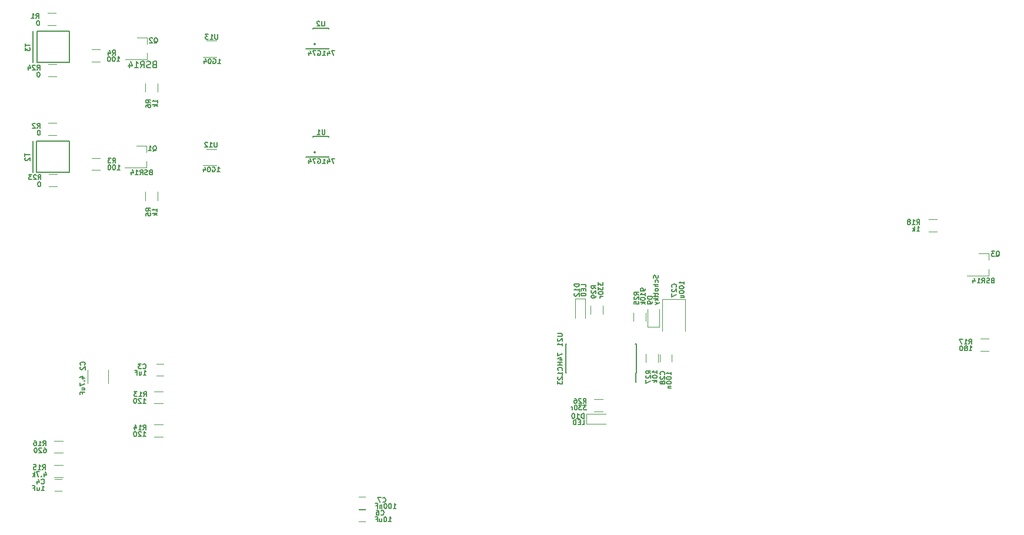
<source format=gbr>
G04 #@! TF.FileFunction,Legend,Bot*
%FSLAX46Y46*%
G04 Gerber Fmt 4.6, Leading zero omitted, Abs format (unit mm)*
G04 Created by KiCad (PCBNEW 4.0.4+e1-6308~48~ubuntu15.10.1-stable) date Thu Jul 19 16:03:55 2018*
%MOMM*%
%LPD*%
G01*
G04 APERTURE LIST*
%ADD10C,0.100000*%
%ADD11C,0.150000*%
%ADD12C,0.120000*%
G04 APERTURE END LIST*
D10*
D11*
X89584440Y-60105240D02*
G75*
G03X89584440Y-60105240I-127000J0D01*
G01*
X89254240Y-60791040D02*
X88197240Y-60791040D01*
X89254240Y-57793840D02*
X89254240Y-57920840D01*
X91540240Y-57793840D02*
X91540240Y-57920840D01*
X91540240Y-60791040D02*
X91540240Y-60664040D01*
X89254240Y-60791040D02*
X89254240Y-60664040D01*
X89254240Y-57793840D02*
X91540240Y-57793840D01*
X91540240Y-60791040D02*
X89254240Y-60791040D01*
X89584440Y-44505240D02*
G75*
G03X89584440Y-44505240I-127000J0D01*
G01*
X89254240Y-45191040D02*
X88197240Y-45191040D01*
X89254240Y-42193840D02*
X89254240Y-42320840D01*
X91540240Y-42193840D02*
X91540240Y-42320840D01*
X91540240Y-45191040D02*
X91540240Y-45064040D01*
X89254240Y-45191040D02*
X89254240Y-45064040D01*
X89254240Y-42193840D02*
X91540240Y-42193840D01*
X91540240Y-45191040D02*
X89254240Y-45191040D01*
X48926500Y-58500000D02*
X48926500Y-63000000D01*
X54150000Y-62400000D02*
X54150000Y-63000000D01*
X54150000Y-59100000D02*
X54150000Y-58500000D01*
X49450000Y-59050000D02*
X49450000Y-58900000D01*
X49450000Y-58950000D02*
X49450000Y-58500000D01*
X49450000Y-62550000D02*
X49450000Y-63000000D01*
X49450000Y-63000000D02*
X49450000Y-62450000D01*
X49450000Y-58500000D02*
X54150000Y-58500000D01*
X54150000Y-59000000D02*
X54150000Y-62500000D01*
X54150000Y-63000000D02*
X49450000Y-63000000D01*
X49450000Y-62500000D02*
X49450000Y-59000000D01*
X48957340Y-42674000D02*
X48957340Y-47174000D01*
X54180840Y-46574000D02*
X54180840Y-47174000D01*
X54180840Y-43274000D02*
X54180840Y-42674000D01*
X49480840Y-43224000D02*
X49480840Y-43074000D01*
X49480840Y-43124000D02*
X49480840Y-42674000D01*
X49480840Y-46724000D02*
X49480840Y-47174000D01*
X49480840Y-47174000D02*
X49480840Y-46624000D01*
X49480840Y-42674000D02*
X54180840Y-42674000D01*
X54180840Y-43174000D02*
X54180840Y-46674000D01*
X54180840Y-47174000D02*
X49480840Y-47174000D01*
X49480840Y-46674000D02*
X49480840Y-43174000D01*
D12*
X75297240Y-61950840D02*
X73397240Y-61950840D01*
X73897240Y-59630840D02*
X75297240Y-59630840D01*
X75297240Y-46350840D02*
X73397240Y-46350840D01*
X73897240Y-44030840D02*
X75297240Y-44030840D01*
X65300000Y-59150000D02*
X65300000Y-60080000D01*
X65300000Y-62310000D02*
X65300000Y-61380000D01*
X65300000Y-62310000D02*
X62140000Y-62310000D01*
X65300000Y-59150000D02*
X63840000Y-59150000D01*
X65350000Y-43560000D02*
X65350000Y-44490000D01*
X65350000Y-46720000D02*
X65350000Y-45790000D01*
X65350000Y-46720000D02*
X62190000Y-46720000D01*
X65350000Y-43560000D02*
X63890000Y-43560000D01*
X186530000Y-74680000D02*
X186530000Y-75610000D01*
X186530000Y-77840000D02*
X186530000Y-76910000D01*
X186530000Y-77840000D02*
X183370000Y-77840000D01*
X186530000Y-74680000D02*
X185070000Y-74680000D01*
X67700000Y-92250000D02*
X66700000Y-92250000D01*
X66700000Y-90550000D02*
X67700000Y-90550000D01*
X52057640Y-107150800D02*
X53057640Y-107150800D01*
X53057640Y-108850800D02*
X52057640Y-108850800D01*
X96796440Y-113270400D02*
X95796440Y-113270400D01*
X95796440Y-111570400D02*
X96796440Y-111570400D01*
X96796440Y-111441600D02*
X95796440Y-111441600D01*
X95796440Y-109741600D02*
X96796440Y-109741600D01*
X51000000Y-41780000D02*
X52200000Y-41780000D01*
X52200000Y-40020000D02*
X51000000Y-40020000D01*
X51150000Y-57630000D02*
X52350000Y-57630000D01*
X52350000Y-55870000D02*
X51150000Y-55870000D01*
X58597240Y-60910840D02*
X57397240Y-60910840D01*
X57397240Y-62670840D02*
X58597240Y-62670840D01*
X58597240Y-45310840D02*
X57397240Y-45310840D01*
X57397240Y-47070840D02*
X58597240Y-47070840D01*
X65117240Y-65790840D02*
X65117240Y-66990840D01*
X66877240Y-66990840D02*
X66877240Y-65790840D01*
X65117240Y-50190840D02*
X65117240Y-51390840D01*
X66877240Y-51390840D02*
X66877240Y-50190840D01*
X67600000Y-94520000D02*
X66400000Y-94520000D01*
X66400000Y-96280000D02*
X67600000Y-96280000D01*
X66400000Y-101080000D02*
X67600000Y-101080000D01*
X67600000Y-99320000D02*
X66400000Y-99320000D01*
X52000000Y-106880000D02*
X53200000Y-106880000D01*
X53200000Y-105120000D02*
X52000000Y-105120000D01*
X53200000Y-101620000D02*
X52000000Y-101620000D01*
X52000000Y-103380000D02*
X53200000Y-103380000D01*
X186527240Y-86940840D02*
X185327240Y-86940840D01*
X185327240Y-88700840D02*
X186527240Y-88700840D01*
X177827240Y-71510840D02*
X179027240Y-71510840D01*
X179027240Y-69750840D02*
X177827240Y-69750840D01*
X51200000Y-64980000D02*
X52400000Y-64980000D01*
X52400000Y-63220000D02*
X51200000Y-63220000D01*
X51100000Y-49180000D02*
X52300000Y-49180000D01*
X52300000Y-47420000D02*
X51100000Y-47420000D01*
X56800000Y-93400000D02*
X56800000Y-91400000D01*
X59760000Y-91400000D02*
X59760000Y-93400000D01*
X139553640Y-81274000D02*
X139553640Y-85824000D01*
X142853640Y-81274000D02*
X142853640Y-85824000D01*
X139553640Y-81274000D02*
X142853640Y-81274000D01*
X139185240Y-90212800D02*
X139185240Y-89212800D01*
X140885240Y-89212800D02*
X140885240Y-90212800D01*
X139107240Y-85269200D02*
X137407240Y-85269200D01*
X137407240Y-85269200D02*
X137407240Y-82719200D01*
X139107240Y-85269200D02*
X139107240Y-82719200D01*
X128583240Y-99201200D02*
X128583240Y-97801200D01*
X128583240Y-97801200D02*
X131383240Y-97801200D01*
X128583240Y-99201200D02*
X131383240Y-99201200D01*
X126990840Y-81156400D02*
X128390840Y-81156400D01*
X128390840Y-81156400D02*
X128390840Y-83956400D01*
X126990840Y-81156400D02*
X126990840Y-83956400D01*
X135345240Y-83169200D02*
X135345240Y-84369200D01*
X137105240Y-84369200D02*
X137105240Y-83169200D01*
X130932440Y-95640000D02*
X129732440Y-95640000D01*
X129732440Y-97400000D02*
X130932440Y-97400000D01*
X137123240Y-89112800D02*
X137123240Y-90312800D01*
X138883240Y-90312800D02*
X138883240Y-89112800D01*
X130958440Y-83404000D02*
X130958440Y-82204000D01*
X129198440Y-82204000D02*
X129198440Y-83404000D01*
D11*
X135763040Y-91838600D02*
X135738040Y-91838600D01*
X135763040Y-87688600D02*
X135658040Y-87688600D01*
X125613040Y-87688600D02*
X125718040Y-87688600D01*
X125613040Y-91838600D02*
X125718040Y-91838600D01*
X135763040Y-91838600D02*
X135763040Y-87688600D01*
X125613040Y-91838600D02*
X125613040Y-87688600D01*
X135738040Y-91838600D02*
X135738040Y-93213600D01*
X90936973Y-56817467D02*
X90936973Y-57384133D01*
X90903640Y-57450800D01*
X90870307Y-57484133D01*
X90803640Y-57517467D01*
X90670307Y-57517467D01*
X90603640Y-57484133D01*
X90570307Y-57450800D01*
X90536973Y-57384133D01*
X90536973Y-56817467D01*
X89836974Y-57517467D02*
X90236974Y-57517467D01*
X90036974Y-57517467D02*
X90036974Y-56817467D01*
X90103640Y-56917467D01*
X90170307Y-56984133D01*
X90236974Y-57017467D01*
X92371107Y-60983067D02*
X91904440Y-60983067D01*
X92204440Y-61683067D01*
X91337773Y-61216400D02*
X91337773Y-61683067D01*
X91504440Y-60949733D02*
X91671107Y-61449733D01*
X91237773Y-61449733D01*
X90604440Y-61683067D02*
X91004440Y-61683067D01*
X90804440Y-61683067D02*
X90804440Y-60983067D01*
X90871106Y-61083067D01*
X90937773Y-61149733D01*
X91004440Y-61183067D01*
X89937773Y-61016400D02*
X90004439Y-60983067D01*
X90104439Y-60983067D01*
X90204439Y-61016400D01*
X90271106Y-61083067D01*
X90304439Y-61149733D01*
X90337773Y-61283067D01*
X90337773Y-61383067D01*
X90304439Y-61516400D01*
X90271106Y-61583067D01*
X90204439Y-61649733D01*
X90104439Y-61683067D01*
X90037773Y-61683067D01*
X89937773Y-61649733D01*
X89904439Y-61616400D01*
X89904439Y-61383067D01*
X90037773Y-61383067D01*
X89671106Y-60983067D02*
X89204439Y-60983067D01*
X89504439Y-61683067D01*
X88637772Y-61216400D02*
X88637772Y-61683067D01*
X88804439Y-60949733D02*
X88971106Y-61449733D01*
X88537772Y-61449733D01*
X90886173Y-41225867D02*
X90886173Y-41792533D01*
X90852840Y-41859200D01*
X90819507Y-41892533D01*
X90752840Y-41925867D01*
X90619507Y-41925867D01*
X90552840Y-41892533D01*
X90519507Y-41859200D01*
X90486173Y-41792533D01*
X90486173Y-41225867D01*
X90186174Y-41292533D02*
X90152840Y-41259200D01*
X90086174Y-41225867D01*
X89919507Y-41225867D01*
X89852840Y-41259200D01*
X89819507Y-41292533D01*
X89786174Y-41359200D01*
X89786174Y-41425867D01*
X89819507Y-41525867D01*
X90219507Y-41925867D01*
X89786174Y-41925867D01*
X92371107Y-45434267D02*
X91904440Y-45434267D01*
X92204440Y-46134267D01*
X91337773Y-45667600D02*
X91337773Y-46134267D01*
X91504440Y-45400933D02*
X91671107Y-45900933D01*
X91237773Y-45900933D01*
X90604440Y-46134267D02*
X91004440Y-46134267D01*
X90804440Y-46134267D02*
X90804440Y-45434267D01*
X90871106Y-45534267D01*
X90937773Y-45600933D01*
X91004440Y-45634267D01*
X89937773Y-45467600D02*
X90004439Y-45434267D01*
X90104439Y-45434267D01*
X90204439Y-45467600D01*
X90271106Y-45534267D01*
X90304439Y-45600933D01*
X90337773Y-45734267D01*
X90337773Y-45834267D01*
X90304439Y-45967600D01*
X90271106Y-46034267D01*
X90204439Y-46100933D01*
X90104439Y-46134267D01*
X90037773Y-46134267D01*
X89937773Y-46100933D01*
X89904439Y-46067600D01*
X89904439Y-45834267D01*
X90037773Y-45834267D01*
X89671106Y-45434267D02*
X89204439Y-45434267D01*
X89504439Y-46134267D01*
X88637772Y-45667600D02*
X88637772Y-46134267D01*
X88804439Y-45400933D02*
X88971106Y-45900933D01*
X88537772Y-45900933D01*
X47766667Y-60266667D02*
X47766667Y-60666667D01*
X48466667Y-60466667D02*
X47766667Y-60466667D01*
X47833333Y-60866666D02*
X47800000Y-60900000D01*
X47766667Y-60966666D01*
X47766667Y-61133333D01*
X47800000Y-61200000D01*
X47833333Y-61233333D01*
X47900000Y-61266666D01*
X47966667Y-61266666D01*
X48066667Y-61233333D01*
X48466667Y-60833333D01*
X48466667Y-61266666D01*
X47797507Y-44440667D02*
X47797507Y-44840667D01*
X48497507Y-44640667D02*
X47797507Y-44640667D01*
X47797507Y-45007333D02*
X47797507Y-45440666D01*
X48064173Y-45207333D01*
X48064173Y-45307333D01*
X48097507Y-45374000D01*
X48130840Y-45407333D01*
X48197507Y-45440666D01*
X48364173Y-45440666D01*
X48430840Y-45407333D01*
X48464173Y-45374000D01*
X48497507Y-45307333D01*
X48497507Y-45107333D01*
X48464173Y-45040666D01*
X48430840Y-45007333D01*
X75420706Y-58646267D02*
X75420706Y-59212933D01*
X75387373Y-59279600D01*
X75354040Y-59312933D01*
X75287373Y-59346267D01*
X75154040Y-59346267D01*
X75087373Y-59312933D01*
X75054040Y-59279600D01*
X75020706Y-59212933D01*
X75020706Y-58646267D01*
X74320707Y-59346267D02*
X74720707Y-59346267D01*
X74520707Y-59346267D02*
X74520707Y-58646267D01*
X74587373Y-58746267D01*
X74654040Y-58812933D01*
X74720707Y-58846267D01*
X74054040Y-58712933D02*
X74020706Y-58679600D01*
X73954040Y-58646267D01*
X73787373Y-58646267D01*
X73720706Y-58679600D01*
X73687373Y-58712933D01*
X73654040Y-58779600D01*
X73654040Y-58846267D01*
X73687373Y-58946267D01*
X74087373Y-59346267D01*
X73654040Y-59346267D01*
X75421507Y-62902267D02*
X75821507Y-62902267D01*
X75621507Y-62902267D02*
X75621507Y-62202267D01*
X75688173Y-62302267D01*
X75754840Y-62368933D01*
X75821507Y-62402267D01*
X74754840Y-62235600D02*
X74821506Y-62202267D01*
X74921506Y-62202267D01*
X75021506Y-62235600D01*
X75088173Y-62302267D01*
X75121506Y-62368933D01*
X75154840Y-62502267D01*
X75154840Y-62602267D01*
X75121506Y-62735600D01*
X75088173Y-62802267D01*
X75021506Y-62868933D01*
X74921506Y-62902267D01*
X74854840Y-62902267D01*
X74754840Y-62868933D01*
X74721506Y-62835600D01*
X74721506Y-62602267D01*
X74854840Y-62602267D01*
X74288173Y-62202267D02*
X74221506Y-62202267D01*
X74154840Y-62235600D01*
X74121506Y-62268933D01*
X74088173Y-62335600D01*
X74054840Y-62468933D01*
X74054840Y-62635600D01*
X74088173Y-62768933D01*
X74121506Y-62835600D01*
X74154840Y-62868933D01*
X74221506Y-62902267D01*
X74288173Y-62902267D01*
X74354840Y-62868933D01*
X74388173Y-62835600D01*
X74421506Y-62768933D01*
X74454840Y-62635600D01*
X74454840Y-62468933D01*
X74421506Y-62335600D01*
X74388173Y-62268933D01*
X74354840Y-62235600D01*
X74288173Y-62202267D01*
X73454839Y-62435600D02*
X73454839Y-62902267D01*
X73621506Y-62168933D02*
X73788173Y-62668933D01*
X73354839Y-62668933D01*
X75522306Y-43101467D02*
X75522306Y-43668133D01*
X75488973Y-43734800D01*
X75455640Y-43768133D01*
X75388973Y-43801467D01*
X75255640Y-43801467D01*
X75188973Y-43768133D01*
X75155640Y-43734800D01*
X75122306Y-43668133D01*
X75122306Y-43101467D01*
X74422307Y-43801467D02*
X74822307Y-43801467D01*
X74622307Y-43801467D02*
X74622307Y-43101467D01*
X74688973Y-43201467D01*
X74755640Y-43268133D01*
X74822307Y-43301467D01*
X74188973Y-43101467D02*
X73755640Y-43101467D01*
X73988973Y-43368133D01*
X73888973Y-43368133D01*
X73822306Y-43401467D01*
X73788973Y-43434800D01*
X73755640Y-43501467D01*
X73755640Y-43668133D01*
X73788973Y-43734800D01*
X73822306Y-43768133D01*
X73888973Y-43801467D01*
X74088973Y-43801467D01*
X74155640Y-43768133D01*
X74188973Y-43734800D01*
X75523107Y-47306667D02*
X75923107Y-47306667D01*
X75723107Y-47306667D02*
X75723107Y-46606667D01*
X75789773Y-46706667D01*
X75856440Y-46773333D01*
X75923107Y-46806667D01*
X74856440Y-46640000D02*
X74923106Y-46606667D01*
X75023106Y-46606667D01*
X75123106Y-46640000D01*
X75189773Y-46706667D01*
X75223106Y-46773333D01*
X75256440Y-46906667D01*
X75256440Y-47006667D01*
X75223106Y-47140000D01*
X75189773Y-47206667D01*
X75123106Y-47273333D01*
X75023106Y-47306667D01*
X74956440Y-47306667D01*
X74856440Y-47273333D01*
X74823106Y-47240000D01*
X74823106Y-47006667D01*
X74956440Y-47006667D01*
X74389773Y-46606667D02*
X74323106Y-46606667D01*
X74256440Y-46640000D01*
X74223106Y-46673333D01*
X74189773Y-46740000D01*
X74156440Y-46873333D01*
X74156440Y-47040000D01*
X74189773Y-47173333D01*
X74223106Y-47240000D01*
X74256440Y-47273333D01*
X74323106Y-47306667D01*
X74389773Y-47306667D01*
X74456440Y-47273333D01*
X74489773Y-47240000D01*
X74523106Y-47173333D01*
X74556440Y-47040000D01*
X74556440Y-46873333D01*
X74523106Y-46740000D01*
X74489773Y-46673333D01*
X74456440Y-46640000D01*
X74389773Y-46606667D01*
X73556439Y-46840000D02*
X73556439Y-47306667D01*
X73723106Y-46573333D02*
X73889773Y-47073333D01*
X73456439Y-47073333D01*
X66187907Y-59920933D02*
X66254573Y-59887600D01*
X66321240Y-59820933D01*
X66421240Y-59720933D01*
X66487907Y-59687600D01*
X66554573Y-59687600D01*
X66521240Y-59854267D02*
X66587907Y-59820933D01*
X66654573Y-59754267D01*
X66687907Y-59620933D01*
X66687907Y-59387600D01*
X66654573Y-59254267D01*
X66587907Y-59187600D01*
X66521240Y-59154267D01*
X66387907Y-59154267D01*
X66321240Y-59187600D01*
X66254573Y-59254267D01*
X66221240Y-59387600D01*
X66221240Y-59620933D01*
X66254573Y-59754267D01*
X66321240Y-59820933D01*
X66387907Y-59854267D01*
X66521240Y-59854267D01*
X65554574Y-59854267D02*
X65954574Y-59854267D01*
X65754574Y-59854267D02*
X65754574Y-59154267D01*
X65821240Y-59254267D01*
X65887907Y-59320933D01*
X65954574Y-59354267D01*
X65846440Y-62942000D02*
X65746440Y-62975333D01*
X65713107Y-63008667D01*
X65679773Y-63075333D01*
X65679773Y-63175333D01*
X65713107Y-63242000D01*
X65746440Y-63275333D01*
X65813107Y-63308667D01*
X66079773Y-63308667D01*
X66079773Y-62608667D01*
X65846440Y-62608667D01*
X65779773Y-62642000D01*
X65746440Y-62675333D01*
X65713107Y-62742000D01*
X65713107Y-62808667D01*
X65746440Y-62875333D01*
X65779773Y-62908667D01*
X65846440Y-62942000D01*
X66079773Y-62942000D01*
X65413107Y-63275333D02*
X65313107Y-63308667D01*
X65146440Y-63308667D01*
X65079773Y-63275333D01*
X65046440Y-63242000D01*
X65013107Y-63175333D01*
X65013107Y-63108667D01*
X65046440Y-63042000D01*
X65079773Y-63008667D01*
X65146440Y-62975333D01*
X65279773Y-62942000D01*
X65346440Y-62908667D01*
X65379773Y-62875333D01*
X65413107Y-62808667D01*
X65413107Y-62742000D01*
X65379773Y-62675333D01*
X65346440Y-62642000D01*
X65279773Y-62608667D01*
X65113107Y-62608667D01*
X65013107Y-62642000D01*
X64313106Y-63308667D02*
X64546440Y-62975333D01*
X64713106Y-63308667D02*
X64713106Y-62608667D01*
X64446440Y-62608667D01*
X64379773Y-62642000D01*
X64346440Y-62675333D01*
X64313106Y-62742000D01*
X64313106Y-62842000D01*
X64346440Y-62908667D01*
X64379773Y-62942000D01*
X64446440Y-62975333D01*
X64713106Y-62975333D01*
X63646440Y-63308667D02*
X64046440Y-63308667D01*
X63846440Y-63308667D02*
X63846440Y-62608667D01*
X63913106Y-62708667D01*
X63979773Y-62775333D01*
X64046440Y-62808667D01*
X63046439Y-62842000D02*
X63046439Y-63308667D01*
X63213106Y-62575333D02*
X63379773Y-63075333D01*
X62946439Y-63075333D01*
X66340307Y-44376133D02*
X66406973Y-44342800D01*
X66473640Y-44276133D01*
X66573640Y-44176133D01*
X66640307Y-44142800D01*
X66706973Y-44142800D01*
X66673640Y-44309467D02*
X66740307Y-44276133D01*
X66806973Y-44209467D01*
X66840307Y-44076133D01*
X66840307Y-43842800D01*
X66806973Y-43709467D01*
X66740307Y-43642800D01*
X66673640Y-43609467D01*
X66540307Y-43609467D01*
X66473640Y-43642800D01*
X66406973Y-43709467D01*
X66373640Y-43842800D01*
X66373640Y-44076133D01*
X66406973Y-44209467D01*
X66473640Y-44276133D01*
X66540307Y-44309467D01*
X66673640Y-44309467D01*
X66106974Y-43676133D02*
X66073640Y-43642800D01*
X66006974Y-43609467D01*
X65840307Y-43609467D01*
X65773640Y-43642800D01*
X65740307Y-43676133D01*
X65706974Y-43742800D01*
X65706974Y-43809467D01*
X65740307Y-43909467D01*
X66140307Y-44309467D01*
X65706974Y-44309467D01*
X66370268Y-47433714D02*
X66241697Y-47476571D01*
X66198840Y-47519429D01*
X66155983Y-47605143D01*
X66155983Y-47733714D01*
X66198840Y-47819429D01*
X66241697Y-47862286D01*
X66327411Y-47905143D01*
X66670268Y-47905143D01*
X66670268Y-47005143D01*
X66370268Y-47005143D01*
X66284554Y-47048000D01*
X66241697Y-47090857D01*
X66198840Y-47176571D01*
X66198840Y-47262286D01*
X66241697Y-47348000D01*
X66284554Y-47390857D01*
X66370268Y-47433714D01*
X66670268Y-47433714D01*
X65813125Y-47862286D02*
X65684554Y-47905143D01*
X65470268Y-47905143D01*
X65384554Y-47862286D01*
X65341697Y-47819429D01*
X65298840Y-47733714D01*
X65298840Y-47648000D01*
X65341697Y-47562286D01*
X65384554Y-47519429D01*
X65470268Y-47476571D01*
X65641697Y-47433714D01*
X65727411Y-47390857D01*
X65770268Y-47348000D01*
X65813125Y-47262286D01*
X65813125Y-47176571D01*
X65770268Y-47090857D01*
X65727411Y-47048000D01*
X65641697Y-47005143D01*
X65427411Y-47005143D01*
X65298840Y-47048000D01*
X64398840Y-47905143D02*
X64698840Y-47476571D01*
X64913125Y-47905143D02*
X64913125Y-47005143D01*
X64570268Y-47005143D01*
X64484554Y-47048000D01*
X64441697Y-47090857D01*
X64398840Y-47176571D01*
X64398840Y-47305143D01*
X64441697Y-47390857D01*
X64484554Y-47433714D01*
X64570268Y-47476571D01*
X64913125Y-47476571D01*
X63541697Y-47905143D02*
X64055982Y-47905143D01*
X63798840Y-47905143D02*
X63798840Y-47005143D01*
X63884554Y-47133714D01*
X63970268Y-47219429D01*
X64055982Y-47262286D01*
X62770268Y-47305143D02*
X62770268Y-47905143D01*
X62984554Y-46962286D02*
X63198839Y-47605143D01*
X62641697Y-47605143D01*
X187549107Y-75110133D02*
X187615773Y-75076800D01*
X187682440Y-75010133D01*
X187782440Y-74910133D01*
X187849107Y-74876800D01*
X187915773Y-74876800D01*
X187882440Y-75043467D02*
X187949107Y-75010133D01*
X188015773Y-74943467D01*
X188049107Y-74810133D01*
X188049107Y-74576800D01*
X188015773Y-74443467D01*
X187949107Y-74376800D01*
X187882440Y-74343467D01*
X187749107Y-74343467D01*
X187682440Y-74376800D01*
X187615773Y-74443467D01*
X187582440Y-74576800D01*
X187582440Y-74810133D01*
X187615773Y-74943467D01*
X187682440Y-75010133D01*
X187749107Y-75043467D01*
X187882440Y-75043467D01*
X187349107Y-74343467D02*
X186915774Y-74343467D01*
X187149107Y-74610133D01*
X187049107Y-74610133D01*
X186982440Y-74643467D01*
X186949107Y-74676800D01*
X186915774Y-74743467D01*
X186915774Y-74910133D01*
X186949107Y-74976800D01*
X186982440Y-75010133D01*
X187049107Y-75043467D01*
X187249107Y-75043467D01*
X187315774Y-75010133D01*
X187349107Y-74976800D01*
X187055240Y-78537600D02*
X186955240Y-78570933D01*
X186921907Y-78604267D01*
X186888573Y-78670933D01*
X186888573Y-78770933D01*
X186921907Y-78837600D01*
X186955240Y-78870933D01*
X187021907Y-78904267D01*
X187288573Y-78904267D01*
X187288573Y-78204267D01*
X187055240Y-78204267D01*
X186988573Y-78237600D01*
X186955240Y-78270933D01*
X186921907Y-78337600D01*
X186921907Y-78404267D01*
X186955240Y-78470933D01*
X186988573Y-78504267D01*
X187055240Y-78537600D01*
X187288573Y-78537600D01*
X186621907Y-78870933D02*
X186521907Y-78904267D01*
X186355240Y-78904267D01*
X186288573Y-78870933D01*
X186255240Y-78837600D01*
X186221907Y-78770933D01*
X186221907Y-78704267D01*
X186255240Y-78637600D01*
X186288573Y-78604267D01*
X186355240Y-78570933D01*
X186488573Y-78537600D01*
X186555240Y-78504267D01*
X186588573Y-78470933D01*
X186621907Y-78404267D01*
X186621907Y-78337600D01*
X186588573Y-78270933D01*
X186555240Y-78237600D01*
X186488573Y-78204267D01*
X186321907Y-78204267D01*
X186221907Y-78237600D01*
X185521906Y-78904267D02*
X185755240Y-78570933D01*
X185921906Y-78904267D02*
X185921906Y-78204267D01*
X185655240Y-78204267D01*
X185588573Y-78237600D01*
X185555240Y-78270933D01*
X185521906Y-78337600D01*
X185521906Y-78437600D01*
X185555240Y-78504267D01*
X185588573Y-78537600D01*
X185655240Y-78570933D01*
X185921906Y-78570933D01*
X184855240Y-78904267D02*
X185255240Y-78904267D01*
X185055240Y-78904267D02*
X185055240Y-78204267D01*
X185121906Y-78304267D01*
X185188573Y-78370933D01*
X185255240Y-78404267D01*
X184255239Y-78437600D02*
X184255239Y-78904267D01*
X184421906Y-78170933D02*
X184588573Y-78670933D01*
X184155239Y-78670933D01*
X64764706Y-91182000D02*
X64798040Y-91215333D01*
X64898040Y-91248667D01*
X64964706Y-91248667D01*
X65064706Y-91215333D01*
X65131373Y-91148667D01*
X65164706Y-91082000D01*
X65198040Y-90948667D01*
X65198040Y-90848667D01*
X65164706Y-90715333D01*
X65131373Y-90648667D01*
X65064706Y-90582000D01*
X64964706Y-90548667D01*
X64898040Y-90548667D01*
X64798040Y-90582000D01*
X64764706Y-90615333D01*
X64531373Y-90548667D02*
X64098040Y-90548667D01*
X64331373Y-90815333D01*
X64231373Y-90815333D01*
X64164706Y-90848667D01*
X64131373Y-90882000D01*
X64098040Y-90948667D01*
X64098040Y-91115333D01*
X64131373Y-91182000D01*
X64164706Y-91215333D01*
X64231373Y-91248667D01*
X64431373Y-91248667D01*
X64498040Y-91215333D01*
X64531373Y-91182000D01*
X64810707Y-92163067D02*
X65210707Y-92163067D01*
X65010707Y-92163067D02*
X65010707Y-91463067D01*
X65077373Y-91563067D01*
X65144040Y-91629733D01*
X65210707Y-91663067D01*
X64210706Y-91696400D02*
X64210706Y-92163067D01*
X64510706Y-91696400D02*
X64510706Y-92063067D01*
X64477373Y-92129733D01*
X64410706Y-92163067D01*
X64310706Y-92163067D01*
X64244040Y-92129733D01*
X64210706Y-92096400D01*
X63644040Y-91796400D02*
X63877373Y-91796400D01*
X63877373Y-92163067D02*
X63877373Y-91463067D01*
X63544040Y-91463067D01*
X50134306Y-107793600D02*
X50167640Y-107826933D01*
X50267640Y-107860267D01*
X50334306Y-107860267D01*
X50434306Y-107826933D01*
X50500973Y-107760267D01*
X50534306Y-107693600D01*
X50567640Y-107560267D01*
X50567640Y-107460267D01*
X50534306Y-107326933D01*
X50500973Y-107260267D01*
X50434306Y-107193600D01*
X50334306Y-107160267D01*
X50267640Y-107160267D01*
X50167640Y-107193600D01*
X50134306Y-107226933D01*
X49534306Y-107393600D02*
X49534306Y-107860267D01*
X49700973Y-107126933D02*
X49867640Y-107626933D01*
X49434306Y-107626933D01*
X50129507Y-108774667D02*
X50529507Y-108774667D01*
X50329507Y-108774667D02*
X50329507Y-108074667D01*
X50396173Y-108174667D01*
X50462840Y-108241333D01*
X50529507Y-108274667D01*
X49529506Y-108308000D02*
X49529506Y-108774667D01*
X49829506Y-108308000D02*
X49829506Y-108674667D01*
X49796173Y-108741333D01*
X49729506Y-108774667D01*
X49629506Y-108774667D01*
X49562840Y-108741333D01*
X49529506Y-108708000D01*
X48962840Y-108408000D02*
X49196173Y-108408000D01*
X49196173Y-108774667D02*
X49196173Y-108074667D01*
X48862840Y-108074667D01*
X99003906Y-112264000D02*
X99037240Y-112297333D01*
X99137240Y-112330667D01*
X99203906Y-112330667D01*
X99303906Y-112297333D01*
X99370573Y-112230667D01*
X99403906Y-112164000D01*
X99437240Y-112030667D01*
X99437240Y-111930667D01*
X99403906Y-111797333D01*
X99370573Y-111730667D01*
X99303906Y-111664000D01*
X99203906Y-111630667D01*
X99137240Y-111630667D01*
X99037240Y-111664000D01*
X99003906Y-111697333D01*
X98403906Y-111630667D02*
X98537240Y-111630667D01*
X98603906Y-111664000D01*
X98637240Y-111697333D01*
X98703906Y-111797333D01*
X98737240Y-111930667D01*
X98737240Y-112197333D01*
X98703906Y-112264000D01*
X98670573Y-112297333D01*
X98603906Y-112330667D01*
X98470573Y-112330667D01*
X98403906Y-112297333D01*
X98370573Y-112264000D01*
X98337240Y-112197333D01*
X98337240Y-112030667D01*
X98370573Y-111964000D01*
X98403906Y-111930667D01*
X98470573Y-111897333D01*
X98603906Y-111897333D01*
X98670573Y-111930667D01*
X98703906Y-111964000D01*
X98737240Y-112030667D01*
X100094440Y-113295867D02*
X100494440Y-113295867D01*
X100294440Y-113295867D02*
X100294440Y-112595867D01*
X100361106Y-112695867D01*
X100427773Y-112762533D01*
X100494440Y-112795867D01*
X99661106Y-112595867D02*
X99594439Y-112595867D01*
X99527773Y-112629200D01*
X99494439Y-112662533D01*
X99461106Y-112729200D01*
X99427773Y-112862533D01*
X99427773Y-113029200D01*
X99461106Y-113162533D01*
X99494439Y-113229200D01*
X99527773Y-113262533D01*
X99594439Y-113295867D01*
X99661106Y-113295867D01*
X99727773Y-113262533D01*
X99761106Y-113229200D01*
X99794439Y-113162533D01*
X99827773Y-113029200D01*
X99827773Y-112862533D01*
X99794439Y-112729200D01*
X99761106Y-112662533D01*
X99727773Y-112629200D01*
X99661106Y-112595867D01*
X98827772Y-112829200D02*
X98827772Y-113295867D01*
X99127772Y-112829200D02*
X99127772Y-113195867D01*
X99094439Y-113262533D01*
X99027772Y-113295867D01*
X98927772Y-113295867D01*
X98861106Y-113262533D01*
X98827772Y-113229200D01*
X98261106Y-112929200D02*
X98494439Y-112929200D01*
X98494439Y-113295867D02*
X98494439Y-112595867D01*
X98161106Y-112595867D01*
X99257906Y-110435200D02*
X99291240Y-110468533D01*
X99391240Y-110501867D01*
X99457906Y-110501867D01*
X99557906Y-110468533D01*
X99624573Y-110401867D01*
X99657906Y-110335200D01*
X99691240Y-110201867D01*
X99691240Y-110101867D01*
X99657906Y-109968533D01*
X99624573Y-109901867D01*
X99557906Y-109835200D01*
X99457906Y-109801867D01*
X99391240Y-109801867D01*
X99291240Y-109835200D01*
X99257906Y-109868533D01*
X99024573Y-109801867D02*
X98557906Y-109801867D01*
X98857906Y-110501867D01*
X100783374Y-111365467D02*
X101183374Y-111365467D01*
X100983374Y-111365467D02*
X100983374Y-110665467D01*
X101050040Y-110765467D01*
X101116707Y-110832133D01*
X101183374Y-110865467D01*
X100350040Y-110665467D02*
X100283373Y-110665467D01*
X100216707Y-110698800D01*
X100183373Y-110732133D01*
X100150040Y-110798800D01*
X100116707Y-110932133D01*
X100116707Y-111098800D01*
X100150040Y-111232133D01*
X100183373Y-111298800D01*
X100216707Y-111332133D01*
X100283373Y-111365467D01*
X100350040Y-111365467D01*
X100416707Y-111332133D01*
X100450040Y-111298800D01*
X100483373Y-111232133D01*
X100516707Y-111098800D01*
X100516707Y-110932133D01*
X100483373Y-110798800D01*
X100450040Y-110732133D01*
X100416707Y-110698800D01*
X100350040Y-110665467D01*
X99683373Y-110665467D02*
X99616706Y-110665467D01*
X99550040Y-110698800D01*
X99516706Y-110732133D01*
X99483373Y-110798800D01*
X99450040Y-110932133D01*
X99450040Y-111098800D01*
X99483373Y-111232133D01*
X99516706Y-111298800D01*
X99550040Y-111332133D01*
X99616706Y-111365467D01*
X99683373Y-111365467D01*
X99750040Y-111332133D01*
X99783373Y-111298800D01*
X99816706Y-111232133D01*
X99850040Y-111098800D01*
X99850040Y-110932133D01*
X99816706Y-110798800D01*
X99783373Y-110732133D01*
X99750040Y-110698800D01*
X99683373Y-110665467D01*
X99150039Y-110898800D02*
X99150039Y-111365467D01*
X99150039Y-110965467D02*
X99116706Y-110932133D01*
X99050039Y-110898800D01*
X98950039Y-110898800D01*
X98883373Y-110932133D01*
X98850039Y-110998800D01*
X98850039Y-111365467D01*
X98283373Y-110998800D02*
X98516706Y-110998800D01*
X98516706Y-111365467D02*
X98516706Y-110665467D01*
X98183373Y-110665467D01*
X49372306Y-40804267D02*
X49605640Y-40470933D01*
X49772306Y-40804267D02*
X49772306Y-40104267D01*
X49505640Y-40104267D01*
X49438973Y-40137600D01*
X49405640Y-40170933D01*
X49372306Y-40237600D01*
X49372306Y-40337600D01*
X49405640Y-40404267D01*
X49438973Y-40437600D01*
X49505640Y-40470933D01*
X49772306Y-40470933D01*
X48705640Y-40804267D02*
X49105640Y-40804267D01*
X48905640Y-40804267D02*
X48905640Y-40104267D01*
X48972306Y-40204267D01*
X49038973Y-40270933D01*
X49105640Y-40304267D01*
X49695373Y-41120267D02*
X49628706Y-41120267D01*
X49562040Y-41153600D01*
X49528706Y-41186933D01*
X49495373Y-41253600D01*
X49462040Y-41386933D01*
X49462040Y-41553600D01*
X49495373Y-41686933D01*
X49528706Y-41753600D01*
X49562040Y-41786933D01*
X49628706Y-41820267D01*
X49695373Y-41820267D01*
X49762040Y-41786933D01*
X49795373Y-41753600D01*
X49828706Y-41686933D01*
X49862040Y-41553600D01*
X49862040Y-41386933D01*
X49828706Y-41253600D01*
X49795373Y-41186933D01*
X49762040Y-41153600D01*
X49695373Y-41120267D01*
X49524706Y-56603067D02*
X49758040Y-56269733D01*
X49924706Y-56603067D02*
X49924706Y-55903067D01*
X49658040Y-55903067D01*
X49591373Y-55936400D01*
X49558040Y-55969733D01*
X49524706Y-56036400D01*
X49524706Y-56136400D01*
X49558040Y-56203067D01*
X49591373Y-56236400D01*
X49658040Y-56269733D01*
X49924706Y-56269733D01*
X49258040Y-55969733D02*
X49224706Y-55936400D01*
X49158040Y-55903067D01*
X48991373Y-55903067D01*
X48924706Y-55936400D01*
X48891373Y-55969733D01*
X48858040Y-56036400D01*
X48858040Y-56103067D01*
X48891373Y-56203067D01*
X49291373Y-56603067D01*
X48858040Y-56603067D01*
X49796973Y-56919067D02*
X49730306Y-56919067D01*
X49663640Y-56952400D01*
X49630306Y-56985733D01*
X49596973Y-57052400D01*
X49563640Y-57185733D01*
X49563640Y-57352400D01*
X49596973Y-57485733D01*
X49630306Y-57552400D01*
X49663640Y-57585733D01*
X49730306Y-57619067D01*
X49796973Y-57619067D01*
X49863640Y-57585733D01*
X49896973Y-57552400D01*
X49930306Y-57485733D01*
X49963640Y-57352400D01*
X49963640Y-57185733D01*
X49930306Y-57052400D01*
X49896973Y-56985733D01*
X49863640Y-56952400D01*
X49796973Y-56919067D01*
X60395906Y-61632267D02*
X60629240Y-61298933D01*
X60795906Y-61632267D02*
X60795906Y-60932267D01*
X60529240Y-60932267D01*
X60462573Y-60965600D01*
X60429240Y-60998933D01*
X60395906Y-61065600D01*
X60395906Y-61165600D01*
X60429240Y-61232267D01*
X60462573Y-61265600D01*
X60529240Y-61298933D01*
X60795906Y-61298933D01*
X60162573Y-60932267D02*
X59729240Y-60932267D01*
X59962573Y-61198933D01*
X59862573Y-61198933D01*
X59795906Y-61232267D01*
X59762573Y-61265600D01*
X59729240Y-61332267D01*
X59729240Y-61498933D01*
X59762573Y-61565600D01*
X59795906Y-61598933D01*
X59862573Y-61632267D01*
X60062573Y-61632267D01*
X60129240Y-61598933D01*
X60162573Y-61565600D01*
X61050707Y-62597467D02*
X61450707Y-62597467D01*
X61250707Y-62597467D02*
X61250707Y-61897467D01*
X61317373Y-61997467D01*
X61384040Y-62064133D01*
X61450707Y-62097467D01*
X60617373Y-61897467D02*
X60550706Y-61897467D01*
X60484040Y-61930800D01*
X60450706Y-61964133D01*
X60417373Y-62030800D01*
X60384040Y-62164133D01*
X60384040Y-62330800D01*
X60417373Y-62464133D01*
X60450706Y-62530800D01*
X60484040Y-62564133D01*
X60550706Y-62597467D01*
X60617373Y-62597467D01*
X60684040Y-62564133D01*
X60717373Y-62530800D01*
X60750706Y-62464133D01*
X60784040Y-62330800D01*
X60784040Y-62164133D01*
X60750706Y-62030800D01*
X60717373Y-61964133D01*
X60684040Y-61930800D01*
X60617373Y-61897467D01*
X59950706Y-61897467D02*
X59884039Y-61897467D01*
X59817373Y-61930800D01*
X59784039Y-61964133D01*
X59750706Y-62030800D01*
X59717373Y-62164133D01*
X59717373Y-62330800D01*
X59750706Y-62464133D01*
X59784039Y-62530800D01*
X59817373Y-62564133D01*
X59884039Y-62597467D01*
X59950706Y-62597467D01*
X60017373Y-62564133D01*
X60050706Y-62530800D01*
X60084039Y-62464133D01*
X60117373Y-62330800D01*
X60117373Y-62164133D01*
X60084039Y-62030800D01*
X60050706Y-61964133D01*
X60017373Y-61930800D01*
X59950706Y-61897467D01*
X60345106Y-46087467D02*
X60578440Y-45754133D01*
X60745106Y-46087467D02*
X60745106Y-45387467D01*
X60478440Y-45387467D01*
X60411773Y-45420800D01*
X60378440Y-45454133D01*
X60345106Y-45520800D01*
X60345106Y-45620800D01*
X60378440Y-45687467D01*
X60411773Y-45720800D01*
X60478440Y-45754133D01*
X60745106Y-45754133D01*
X59745106Y-45620800D02*
X59745106Y-46087467D01*
X59911773Y-45354133D02*
X60078440Y-45854133D01*
X59645106Y-45854133D01*
X60999907Y-47001867D02*
X61399907Y-47001867D01*
X61199907Y-47001867D02*
X61199907Y-46301867D01*
X61266573Y-46401867D01*
X61333240Y-46468533D01*
X61399907Y-46501867D01*
X60566573Y-46301867D02*
X60499906Y-46301867D01*
X60433240Y-46335200D01*
X60399906Y-46368533D01*
X60366573Y-46435200D01*
X60333240Y-46568533D01*
X60333240Y-46735200D01*
X60366573Y-46868533D01*
X60399906Y-46935200D01*
X60433240Y-46968533D01*
X60499906Y-47001867D01*
X60566573Y-47001867D01*
X60633240Y-46968533D01*
X60666573Y-46935200D01*
X60699906Y-46868533D01*
X60733240Y-46735200D01*
X60733240Y-46568533D01*
X60699906Y-46435200D01*
X60666573Y-46368533D01*
X60633240Y-46335200D01*
X60566573Y-46301867D01*
X59899906Y-46301867D02*
X59833239Y-46301867D01*
X59766573Y-46335200D01*
X59733239Y-46368533D01*
X59699906Y-46435200D01*
X59666573Y-46568533D01*
X59666573Y-46735200D01*
X59699906Y-46868533D01*
X59733239Y-46935200D01*
X59766573Y-46968533D01*
X59833239Y-47001867D01*
X59899906Y-47001867D01*
X59966573Y-46968533D01*
X59999906Y-46935200D01*
X60033239Y-46868533D01*
X60066573Y-46735200D01*
X60066573Y-46568533D01*
X60033239Y-46435200D01*
X59999906Y-46368533D01*
X59966573Y-46335200D01*
X59899906Y-46301867D01*
X65879107Y-68564934D02*
X65545773Y-68331600D01*
X65879107Y-68164934D02*
X65179107Y-68164934D01*
X65179107Y-68431600D01*
X65212440Y-68498267D01*
X65245773Y-68531600D01*
X65312440Y-68564934D01*
X65412440Y-68564934D01*
X65479107Y-68531600D01*
X65512440Y-68498267D01*
X65545773Y-68431600D01*
X65545773Y-68164934D01*
X65179107Y-69198267D02*
X65179107Y-68864934D01*
X65512440Y-68831600D01*
X65479107Y-68864934D01*
X65445773Y-68931600D01*
X65445773Y-69098267D01*
X65479107Y-69164934D01*
X65512440Y-69198267D01*
X65579107Y-69231600D01*
X65745773Y-69231600D01*
X65812440Y-69198267D01*
X65845773Y-69164934D01*
X65879107Y-69098267D01*
X65879107Y-68931600D01*
X65845773Y-68864934D01*
X65812440Y-68831600D01*
X66793507Y-68598266D02*
X66793507Y-68198266D01*
X66793507Y-68398266D02*
X66093507Y-68398266D01*
X66193507Y-68331600D01*
X66260173Y-68264933D01*
X66293507Y-68198266D01*
X66793507Y-68898267D02*
X66093507Y-68898267D01*
X66526840Y-68964933D02*
X66793507Y-69164933D01*
X66326840Y-69164933D02*
X66593507Y-68898267D01*
X65879107Y-52969334D02*
X65545773Y-52736000D01*
X65879107Y-52569334D02*
X65179107Y-52569334D01*
X65179107Y-52836000D01*
X65212440Y-52902667D01*
X65245773Y-52936000D01*
X65312440Y-52969334D01*
X65412440Y-52969334D01*
X65479107Y-52936000D01*
X65512440Y-52902667D01*
X65545773Y-52836000D01*
X65545773Y-52569334D01*
X65179107Y-53569334D02*
X65179107Y-53436000D01*
X65212440Y-53369334D01*
X65245773Y-53336000D01*
X65345773Y-53269334D01*
X65479107Y-53236000D01*
X65745773Y-53236000D01*
X65812440Y-53269334D01*
X65845773Y-53302667D01*
X65879107Y-53369334D01*
X65879107Y-53502667D01*
X65845773Y-53569334D01*
X65812440Y-53602667D01*
X65745773Y-53636000D01*
X65579107Y-53636000D01*
X65512440Y-53602667D01*
X65479107Y-53569334D01*
X65445773Y-53502667D01*
X65445773Y-53369334D01*
X65479107Y-53302667D01*
X65512440Y-53269334D01*
X65579107Y-53236000D01*
X66844307Y-52951866D02*
X66844307Y-52551866D01*
X66844307Y-52751866D02*
X66144307Y-52751866D01*
X66244307Y-52685200D01*
X66310973Y-52618533D01*
X66344307Y-52551866D01*
X66844307Y-53251867D02*
X66144307Y-53251867D01*
X66577640Y-53318533D02*
X66844307Y-53518533D01*
X66377640Y-53518533D02*
X66644307Y-53251867D01*
X64844040Y-95261867D02*
X65077374Y-94928533D01*
X65244040Y-95261867D02*
X65244040Y-94561867D01*
X64977374Y-94561867D01*
X64910707Y-94595200D01*
X64877374Y-94628533D01*
X64844040Y-94695200D01*
X64844040Y-94795200D01*
X64877374Y-94861867D01*
X64910707Y-94895200D01*
X64977374Y-94928533D01*
X65244040Y-94928533D01*
X64177374Y-95261867D02*
X64577374Y-95261867D01*
X64377374Y-95261867D02*
X64377374Y-94561867D01*
X64444040Y-94661867D01*
X64510707Y-94728533D01*
X64577374Y-94761867D01*
X63944040Y-94561867D02*
X63510707Y-94561867D01*
X63744040Y-94828533D01*
X63644040Y-94828533D01*
X63577373Y-94861867D01*
X63544040Y-94895200D01*
X63510707Y-94961867D01*
X63510707Y-95128533D01*
X63544040Y-95195200D01*
X63577373Y-95228533D01*
X63644040Y-95261867D01*
X63844040Y-95261867D01*
X63910707Y-95228533D01*
X63944040Y-95195200D01*
X64759107Y-96227067D02*
X65159107Y-96227067D01*
X64959107Y-96227067D02*
X64959107Y-95527067D01*
X65025773Y-95627067D01*
X65092440Y-95693733D01*
X65159107Y-95727067D01*
X64492440Y-95593733D02*
X64459106Y-95560400D01*
X64392440Y-95527067D01*
X64225773Y-95527067D01*
X64159106Y-95560400D01*
X64125773Y-95593733D01*
X64092440Y-95660400D01*
X64092440Y-95727067D01*
X64125773Y-95827067D01*
X64525773Y-96227067D01*
X64092440Y-96227067D01*
X63659106Y-95527067D02*
X63592439Y-95527067D01*
X63525773Y-95560400D01*
X63492439Y-95593733D01*
X63459106Y-95660400D01*
X63425773Y-95793733D01*
X63425773Y-95960400D01*
X63459106Y-96093733D01*
X63492439Y-96160400D01*
X63525773Y-96193733D01*
X63592439Y-96227067D01*
X63659106Y-96227067D01*
X63725773Y-96193733D01*
X63759106Y-96160400D01*
X63792439Y-96093733D01*
X63825773Y-95960400D01*
X63825773Y-95793733D01*
X63792439Y-95660400D01*
X63759106Y-95593733D01*
X63725773Y-95560400D01*
X63659106Y-95527067D01*
X64793240Y-100037067D02*
X65026574Y-99703733D01*
X65193240Y-100037067D02*
X65193240Y-99337067D01*
X64926574Y-99337067D01*
X64859907Y-99370400D01*
X64826574Y-99403733D01*
X64793240Y-99470400D01*
X64793240Y-99570400D01*
X64826574Y-99637067D01*
X64859907Y-99670400D01*
X64926574Y-99703733D01*
X65193240Y-99703733D01*
X64126574Y-100037067D02*
X64526574Y-100037067D01*
X64326574Y-100037067D02*
X64326574Y-99337067D01*
X64393240Y-99437067D01*
X64459907Y-99503733D01*
X64526574Y-99537067D01*
X63526573Y-99570400D02*
X63526573Y-100037067D01*
X63693240Y-99303733D02*
X63859907Y-99803733D01*
X63426573Y-99803733D01*
X64759107Y-101002267D02*
X65159107Y-101002267D01*
X64959107Y-101002267D02*
X64959107Y-100302267D01*
X65025773Y-100402267D01*
X65092440Y-100468933D01*
X65159107Y-100502267D01*
X64492440Y-100368933D02*
X64459106Y-100335600D01*
X64392440Y-100302267D01*
X64225773Y-100302267D01*
X64159106Y-100335600D01*
X64125773Y-100368933D01*
X64092440Y-100435600D01*
X64092440Y-100502267D01*
X64125773Y-100602267D01*
X64525773Y-101002267D01*
X64092440Y-101002267D01*
X63659106Y-100302267D02*
X63592439Y-100302267D01*
X63525773Y-100335600D01*
X63492439Y-100368933D01*
X63459106Y-100435600D01*
X63425773Y-100568933D01*
X63425773Y-100735600D01*
X63459106Y-100868933D01*
X63492439Y-100935600D01*
X63525773Y-100968933D01*
X63592439Y-101002267D01*
X63659106Y-101002267D01*
X63725773Y-100968933D01*
X63759106Y-100935600D01*
X63792439Y-100868933D01*
X63825773Y-100735600D01*
X63825773Y-100568933D01*
X63792439Y-100435600D01*
X63759106Y-100368933D01*
X63725773Y-100335600D01*
X63659106Y-100302267D01*
X50315240Y-105777467D02*
X50548574Y-105444133D01*
X50715240Y-105777467D02*
X50715240Y-105077467D01*
X50448574Y-105077467D01*
X50381907Y-105110800D01*
X50348574Y-105144133D01*
X50315240Y-105210800D01*
X50315240Y-105310800D01*
X50348574Y-105377467D01*
X50381907Y-105410800D01*
X50448574Y-105444133D01*
X50715240Y-105444133D01*
X49648574Y-105777467D02*
X50048574Y-105777467D01*
X49848574Y-105777467D02*
X49848574Y-105077467D01*
X49915240Y-105177467D01*
X49981907Y-105244133D01*
X50048574Y-105277467D01*
X49015240Y-105077467D02*
X49348573Y-105077467D01*
X49381907Y-105410800D01*
X49348573Y-105377467D01*
X49281907Y-105344133D01*
X49115240Y-105344133D01*
X49048573Y-105377467D01*
X49015240Y-105410800D01*
X48981907Y-105477467D01*
X48981907Y-105644133D01*
X49015240Y-105710800D01*
X49048573Y-105744133D01*
X49115240Y-105777467D01*
X49281907Y-105777467D01*
X49348573Y-105744133D01*
X49381907Y-105710800D01*
X50515240Y-106326800D02*
X50515240Y-106793467D01*
X50681907Y-106060133D02*
X50848574Y-106560133D01*
X50415240Y-106560133D01*
X50148573Y-106726800D02*
X50115240Y-106760133D01*
X50148573Y-106793467D01*
X50181907Y-106760133D01*
X50148573Y-106726800D01*
X50148573Y-106793467D01*
X49881907Y-106093467D02*
X49415240Y-106093467D01*
X49715240Y-106793467D01*
X49148573Y-106793467D02*
X49148573Y-106093467D01*
X49081907Y-106526800D02*
X48881907Y-106793467D01*
X48881907Y-106326800D02*
X49148573Y-106593467D01*
X50366040Y-102323067D02*
X50599374Y-101989733D01*
X50766040Y-102323067D02*
X50766040Y-101623067D01*
X50499374Y-101623067D01*
X50432707Y-101656400D01*
X50399374Y-101689733D01*
X50366040Y-101756400D01*
X50366040Y-101856400D01*
X50399374Y-101923067D01*
X50432707Y-101956400D01*
X50499374Y-101989733D01*
X50766040Y-101989733D01*
X49699374Y-102323067D02*
X50099374Y-102323067D01*
X49899374Y-102323067D02*
X49899374Y-101623067D01*
X49966040Y-101723067D01*
X50032707Y-101789733D01*
X50099374Y-101823067D01*
X49099373Y-101623067D02*
X49232707Y-101623067D01*
X49299373Y-101656400D01*
X49332707Y-101689733D01*
X49399373Y-101789733D01*
X49432707Y-101923067D01*
X49432707Y-102189733D01*
X49399373Y-102256400D01*
X49366040Y-102289733D01*
X49299373Y-102323067D01*
X49166040Y-102323067D01*
X49099373Y-102289733D01*
X49066040Y-102256400D01*
X49032707Y-102189733D01*
X49032707Y-102023067D01*
X49066040Y-101956400D01*
X49099373Y-101923067D01*
X49166040Y-101889733D01*
X49299373Y-101889733D01*
X49366040Y-101923067D01*
X49399373Y-101956400D01*
X49432707Y-102023067D01*
X50500173Y-102639067D02*
X50633507Y-102639067D01*
X50700173Y-102672400D01*
X50733507Y-102705733D01*
X50800173Y-102805733D01*
X50833507Y-102939067D01*
X50833507Y-103205733D01*
X50800173Y-103272400D01*
X50766840Y-103305733D01*
X50700173Y-103339067D01*
X50566840Y-103339067D01*
X50500173Y-103305733D01*
X50466840Y-103272400D01*
X50433507Y-103205733D01*
X50433507Y-103039067D01*
X50466840Y-102972400D01*
X50500173Y-102939067D01*
X50566840Y-102905733D01*
X50700173Y-102905733D01*
X50766840Y-102939067D01*
X50800173Y-102972400D01*
X50833507Y-103039067D01*
X50166840Y-102705733D02*
X50133506Y-102672400D01*
X50066840Y-102639067D01*
X49900173Y-102639067D01*
X49833506Y-102672400D01*
X49800173Y-102705733D01*
X49766840Y-102772400D01*
X49766840Y-102839067D01*
X49800173Y-102939067D01*
X50200173Y-103339067D01*
X49766840Y-103339067D01*
X49333506Y-102639067D02*
X49266839Y-102639067D01*
X49200173Y-102672400D01*
X49166839Y-102705733D01*
X49133506Y-102772400D01*
X49100173Y-102905733D01*
X49100173Y-103072400D01*
X49133506Y-103205733D01*
X49166839Y-103272400D01*
X49200173Y-103305733D01*
X49266839Y-103339067D01*
X49333506Y-103339067D01*
X49400173Y-103305733D01*
X49433506Y-103272400D01*
X49466839Y-103205733D01*
X49500173Y-103072400D01*
X49500173Y-102905733D01*
X49466839Y-102772400D01*
X49433506Y-102705733D01*
X49400173Y-102672400D01*
X49333506Y-102639067D01*
X183665240Y-87692667D02*
X183898574Y-87359333D01*
X184065240Y-87692667D02*
X184065240Y-86992667D01*
X183798574Y-86992667D01*
X183731907Y-87026000D01*
X183698574Y-87059333D01*
X183665240Y-87126000D01*
X183665240Y-87226000D01*
X183698574Y-87292667D01*
X183731907Y-87326000D01*
X183798574Y-87359333D01*
X184065240Y-87359333D01*
X182998574Y-87692667D02*
X183398574Y-87692667D01*
X183198574Y-87692667D02*
X183198574Y-86992667D01*
X183265240Y-87092667D01*
X183331907Y-87159333D01*
X183398574Y-87192667D01*
X182765240Y-86992667D02*
X182298573Y-86992667D01*
X182598573Y-87692667D01*
X183681907Y-88657867D02*
X184081907Y-88657867D01*
X183881907Y-88657867D02*
X183881907Y-87957867D01*
X183948573Y-88057867D01*
X184015240Y-88124533D01*
X184081907Y-88157867D01*
X183281906Y-88257867D02*
X183348573Y-88224533D01*
X183381906Y-88191200D01*
X183415240Y-88124533D01*
X183415240Y-88091200D01*
X183381906Y-88024533D01*
X183348573Y-87991200D01*
X183281906Y-87957867D01*
X183148573Y-87957867D01*
X183081906Y-87991200D01*
X183048573Y-88024533D01*
X183015240Y-88091200D01*
X183015240Y-88124533D01*
X183048573Y-88191200D01*
X183081906Y-88224533D01*
X183148573Y-88257867D01*
X183281906Y-88257867D01*
X183348573Y-88291200D01*
X183381906Y-88324533D01*
X183415240Y-88391200D01*
X183415240Y-88524533D01*
X183381906Y-88591200D01*
X183348573Y-88624533D01*
X183281906Y-88657867D01*
X183148573Y-88657867D01*
X183081906Y-88624533D01*
X183048573Y-88591200D01*
X183015240Y-88524533D01*
X183015240Y-88391200D01*
X183048573Y-88324533D01*
X183081906Y-88291200D01*
X183148573Y-88257867D01*
X182581906Y-87957867D02*
X182515239Y-87957867D01*
X182448573Y-87991200D01*
X182415239Y-88024533D01*
X182381906Y-88091200D01*
X182348573Y-88224533D01*
X182348573Y-88391200D01*
X182381906Y-88524533D01*
X182415239Y-88591200D01*
X182448573Y-88624533D01*
X182515239Y-88657867D01*
X182581906Y-88657867D01*
X182648573Y-88624533D01*
X182681906Y-88591200D01*
X182715239Y-88524533D01*
X182748573Y-88391200D01*
X182748573Y-88224533D01*
X182715239Y-88091200D01*
X182681906Y-88024533D01*
X182648573Y-87991200D01*
X182581906Y-87957867D01*
X176146840Y-70471467D02*
X176380174Y-70138133D01*
X176546840Y-70471467D02*
X176546840Y-69771467D01*
X176280174Y-69771467D01*
X176213507Y-69804800D01*
X176180174Y-69838133D01*
X176146840Y-69904800D01*
X176146840Y-70004800D01*
X176180174Y-70071467D01*
X176213507Y-70104800D01*
X176280174Y-70138133D01*
X176546840Y-70138133D01*
X175480174Y-70471467D02*
X175880174Y-70471467D01*
X175680174Y-70471467D02*
X175680174Y-69771467D01*
X175746840Y-69871467D01*
X175813507Y-69938133D01*
X175880174Y-69971467D01*
X175080173Y-70071467D02*
X175146840Y-70038133D01*
X175180173Y-70004800D01*
X175213507Y-69938133D01*
X175213507Y-69904800D01*
X175180173Y-69838133D01*
X175146840Y-69804800D01*
X175080173Y-69771467D01*
X174946840Y-69771467D01*
X174880173Y-69804800D01*
X174846840Y-69838133D01*
X174813507Y-69904800D01*
X174813507Y-69938133D01*
X174846840Y-70004800D01*
X174880173Y-70038133D01*
X174946840Y-70071467D01*
X175080173Y-70071467D01*
X175146840Y-70104800D01*
X175180173Y-70138133D01*
X175213507Y-70204800D01*
X175213507Y-70338133D01*
X175180173Y-70404800D01*
X175146840Y-70438133D01*
X175080173Y-70471467D01*
X174946840Y-70471467D01*
X174880173Y-70438133D01*
X174846840Y-70404800D01*
X174813507Y-70338133D01*
X174813507Y-70204800D01*
X174846840Y-70138133D01*
X174880173Y-70104800D01*
X174946840Y-70071467D01*
X176135774Y-71436667D02*
X176535774Y-71436667D01*
X176335774Y-71436667D02*
X176335774Y-70736667D01*
X176402440Y-70836667D01*
X176469107Y-70903333D01*
X176535774Y-70936667D01*
X175835773Y-71436667D02*
X175835773Y-70736667D01*
X175769107Y-71170000D02*
X175569107Y-71436667D01*
X175569107Y-70970000D02*
X175835773Y-71236667D01*
X49654840Y-64019867D02*
X49888174Y-63686533D01*
X50054840Y-64019867D02*
X50054840Y-63319867D01*
X49788174Y-63319867D01*
X49721507Y-63353200D01*
X49688174Y-63386533D01*
X49654840Y-63453200D01*
X49654840Y-63553200D01*
X49688174Y-63619867D01*
X49721507Y-63653200D01*
X49788174Y-63686533D01*
X50054840Y-63686533D01*
X49388174Y-63386533D02*
X49354840Y-63353200D01*
X49288174Y-63319867D01*
X49121507Y-63319867D01*
X49054840Y-63353200D01*
X49021507Y-63386533D01*
X48988174Y-63453200D01*
X48988174Y-63519867D01*
X49021507Y-63619867D01*
X49421507Y-64019867D01*
X48988174Y-64019867D01*
X48754840Y-63319867D02*
X48321507Y-63319867D01*
X48554840Y-63586533D01*
X48454840Y-63586533D01*
X48388173Y-63619867D01*
X48354840Y-63653200D01*
X48321507Y-63719867D01*
X48321507Y-63886533D01*
X48354840Y-63953200D01*
X48388173Y-63986533D01*
X48454840Y-64019867D01*
X48654840Y-64019867D01*
X48721507Y-63986533D01*
X48754840Y-63953200D01*
X49847773Y-64335867D02*
X49781106Y-64335867D01*
X49714440Y-64369200D01*
X49681106Y-64402533D01*
X49647773Y-64469200D01*
X49614440Y-64602533D01*
X49614440Y-64769200D01*
X49647773Y-64902533D01*
X49681106Y-64969200D01*
X49714440Y-65002533D01*
X49781106Y-65035867D01*
X49847773Y-65035867D01*
X49914440Y-65002533D01*
X49947773Y-64969200D01*
X49981106Y-64902533D01*
X50014440Y-64769200D01*
X50014440Y-64602533D01*
X49981106Y-64469200D01*
X49947773Y-64402533D01*
X49914440Y-64369200D01*
X49847773Y-64335867D01*
X49502440Y-48221067D02*
X49735774Y-47887733D01*
X49902440Y-48221067D02*
X49902440Y-47521067D01*
X49635774Y-47521067D01*
X49569107Y-47554400D01*
X49535774Y-47587733D01*
X49502440Y-47654400D01*
X49502440Y-47754400D01*
X49535774Y-47821067D01*
X49569107Y-47854400D01*
X49635774Y-47887733D01*
X49902440Y-47887733D01*
X49235774Y-47587733D02*
X49202440Y-47554400D01*
X49135774Y-47521067D01*
X48969107Y-47521067D01*
X48902440Y-47554400D01*
X48869107Y-47587733D01*
X48835774Y-47654400D01*
X48835774Y-47721067D01*
X48869107Y-47821067D01*
X49269107Y-48221067D01*
X48835774Y-48221067D01*
X48235773Y-47754400D02*
X48235773Y-48221067D01*
X48402440Y-47487733D02*
X48569107Y-47987733D01*
X48135773Y-47987733D01*
X49746173Y-48537067D02*
X49679506Y-48537067D01*
X49612840Y-48570400D01*
X49579506Y-48603733D01*
X49546173Y-48670400D01*
X49512840Y-48803733D01*
X49512840Y-48970400D01*
X49546173Y-49103733D01*
X49579506Y-49170400D01*
X49612840Y-49203733D01*
X49679506Y-49237067D01*
X49746173Y-49237067D01*
X49812840Y-49203733D01*
X49846173Y-49170400D01*
X49879506Y-49103733D01*
X49912840Y-48970400D01*
X49912840Y-48803733D01*
X49879506Y-48670400D01*
X49846173Y-48603733D01*
X49812840Y-48570400D01*
X49746173Y-48537067D01*
X56363640Y-90713734D02*
X56396973Y-90680400D01*
X56430307Y-90580400D01*
X56430307Y-90513734D01*
X56396973Y-90413734D01*
X56330307Y-90347067D01*
X56263640Y-90313734D01*
X56130307Y-90280400D01*
X56030307Y-90280400D01*
X55896973Y-90313734D01*
X55830307Y-90347067D01*
X55763640Y-90413734D01*
X55730307Y-90513734D01*
X55730307Y-90580400D01*
X55763640Y-90680400D01*
X55796973Y-90713734D01*
X55796973Y-90980400D02*
X55763640Y-91013734D01*
X55730307Y-91080400D01*
X55730307Y-91247067D01*
X55763640Y-91313734D01*
X55796973Y-91347067D01*
X55863640Y-91380400D01*
X55930307Y-91380400D01*
X56030307Y-91347067D01*
X56430307Y-90947067D01*
X56430307Y-91380400D01*
X55912840Y-92641067D02*
X56379507Y-92641067D01*
X55646173Y-92474400D02*
X56146173Y-92307733D01*
X56146173Y-92741067D01*
X56312840Y-93007734D02*
X56346173Y-93041067D01*
X56379507Y-93007734D01*
X56346173Y-92974400D01*
X56312840Y-93007734D01*
X56379507Y-93007734D01*
X55679507Y-93274400D02*
X55679507Y-93741067D01*
X56379507Y-93441067D01*
X55912840Y-94307734D02*
X56379507Y-94307734D01*
X55912840Y-94007734D02*
X56279507Y-94007734D01*
X56346173Y-94041067D01*
X56379507Y-94107734D01*
X56379507Y-94207734D01*
X56346173Y-94274400D01*
X56312840Y-94307734D01*
X56012840Y-94874400D02*
X56012840Y-94641067D01*
X56379507Y-94641067D02*
X55679507Y-94641067D01*
X55679507Y-94974400D01*
X141504440Y-79509200D02*
X141537773Y-79475866D01*
X141571107Y-79375866D01*
X141571107Y-79309200D01*
X141537773Y-79209200D01*
X141471107Y-79142533D01*
X141404440Y-79109200D01*
X141271107Y-79075866D01*
X141171107Y-79075866D01*
X141037773Y-79109200D01*
X140971107Y-79142533D01*
X140904440Y-79209200D01*
X140871107Y-79309200D01*
X140871107Y-79375866D01*
X140904440Y-79475866D01*
X140937773Y-79509200D01*
X140937773Y-79775866D02*
X140904440Y-79809200D01*
X140871107Y-79875866D01*
X140871107Y-80042533D01*
X140904440Y-80109200D01*
X140937773Y-80142533D01*
X141004440Y-80175866D01*
X141071107Y-80175866D01*
X141171107Y-80142533D01*
X141571107Y-79742533D01*
X141571107Y-80175866D01*
X140871107Y-80409200D02*
X140871107Y-80875867D01*
X141571107Y-80575867D01*
X142637907Y-79074266D02*
X142637907Y-78674266D01*
X142637907Y-78874266D02*
X141937907Y-78874266D01*
X142037907Y-78807600D01*
X142104573Y-78740933D01*
X142137907Y-78674266D01*
X141937907Y-79507600D02*
X141937907Y-79574267D01*
X141971240Y-79640933D01*
X142004573Y-79674267D01*
X142071240Y-79707600D01*
X142204573Y-79740933D01*
X142371240Y-79740933D01*
X142504573Y-79707600D01*
X142571240Y-79674267D01*
X142604573Y-79640933D01*
X142637907Y-79574267D01*
X142637907Y-79507600D01*
X142604573Y-79440933D01*
X142571240Y-79407600D01*
X142504573Y-79374267D01*
X142371240Y-79340933D01*
X142204573Y-79340933D01*
X142071240Y-79374267D01*
X142004573Y-79407600D01*
X141971240Y-79440933D01*
X141937907Y-79507600D01*
X141937907Y-80174267D02*
X141937907Y-80240934D01*
X141971240Y-80307600D01*
X142004573Y-80340934D01*
X142071240Y-80374267D01*
X142204573Y-80407600D01*
X142371240Y-80407600D01*
X142504573Y-80374267D01*
X142571240Y-80340934D01*
X142604573Y-80307600D01*
X142637907Y-80240934D01*
X142637907Y-80174267D01*
X142604573Y-80107600D01*
X142571240Y-80074267D01*
X142504573Y-80040934D01*
X142371240Y-80007600D01*
X142204573Y-80007600D01*
X142071240Y-80040934D01*
X142004573Y-80074267D01*
X141971240Y-80107600D01*
X141937907Y-80174267D01*
X142171240Y-81007601D02*
X142637907Y-81007601D01*
X142171240Y-80707601D02*
X142537907Y-80707601D01*
X142604573Y-80740934D01*
X142637907Y-80807601D01*
X142637907Y-80907601D01*
X142604573Y-80974267D01*
X142571240Y-81007601D01*
X139828040Y-92107600D02*
X139861373Y-92074266D01*
X139894707Y-91974266D01*
X139894707Y-91907600D01*
X139861373Y-91807600D01*
X139794707Y-91740933D01*
X139728040Y-91707600D01*
X139594707Y-91674266D01*
X139494707Y-91674266D01*
X139361373Y-91707600D01*
X139294707Y-91740933D01*
X139228040Y-91807600D01*
X139194707Y-91907600D01*
X139194707Y-91974266D01*
X139228040Y-92074266D01*
X139261373Y-92107600D01*
X139261373Y-92374266D02*
X139228040Y-92407600D01*
X139194707Y-92474266D01*
X139194707Y-92640933D01*
X139228040Y-92707600D01*
X139261373Y-92740933D01*
X139328040Y-92774266D01*
X139394707Y-92774266D01*
X139494707Y-92740933D01*
X139894707Y-92340933D01*
X139894707Y-92774266D01*
X139494707Y-93174267D02*
X139461373Y-93107600D01*
X139428040Y-93074267D01*
X139361373Y-93040933D01*
X139328040Y-93040933D01*
X139261373Y-93074267D01*
X139228040Y-93107600D01*
X139194707Y-93174267D01*
X139194707Y-93307600D01*
X139228040Y-93374267D01*
X139261373Y-93407600D01*
X139328040Y-93440933D01*
X139361373Y-93440933D01*
X139428040Y-93407600D01*
X139461373Y-93374267D01*
X139494707Y-93307600D01*
X139494707Y-93174267D01*
X139528040Y-93107600D01*
X139561373Y-93074267D01*
X139628040Y-93040933D01*
X139761373Y-93040933D01*
X139828040Y-93074267D01*
X139861373Y-93107600D01*
X139894707Y-93174267D01*
X139894707Y-93307600D01*
X139861373Y-93374267D01*
X139828040Y-93407600D01*
X139761373Y-93440933D01*
X139628040Y-93440933D01*
X139561373Y-93407600D01*
X139528040Y-93374267D01*
X139494707Y-93307600D01*
X140809107Y-92129866D02*
X140809107Y-91729866D01*
X140809107Y-91929866D02*
X140109107Y-91929866D01*
X140209107Y-91863200D01*
X140275773Y-91796533D01*
X140309107Y-91729866D01*
X140109107Y-92563200D02*
X140109107Y-92629867D01*
X140142440Y-92696533D01*
X140175773Y-92729867D01*
X140242440Y-92763200D01*
X140375773Y-92796533D01*
X140542440Y-92796533D01*
X140675773Y-92763200D01*
X140742440Y-92729867D01*
X140775773Y-92696533D01*
X140809107Y-92629867D01*
X140809107Y-92563200D01*
X140775773Y-92496533D01*
X140742440Y-92463200D01*
X140675773Y-92429867D01*
X140542440Y-92396533D01*
X140375773Y-92396533D01*
X140242440Y-92429867D01*
X140175773Y-92463200D01*
X140142440Y-92496533D01*
X140109107Y-92563200D01*
X140109107Y-93229867D02*
X140109107Y-93296534D01*
X140142440Y-93363200D01*
X140175773Y-93396534D01*
X140242440Y-93429867D01*
X140375773Y-93463200D01*
X140542440Y-93463200D01*
X140675773Y-93429867D01*
X140742440Y-93396534D01*
X140775773Y-93363200D01*
X140809107Y-93296534D01*
X140809107Y-93229867D01*
X140775773Y-93163200D01*
X140742440Y-93129867D01*
X140675773Y-93096534D01*
X140542440Y-93063200D01*
X140375773Y-93063200D01*
X140242440Y-93096534D01*
X140175773Y-93129867D01*
X140142440Y-93163200D01*
X140109107Y-93229867D01*
X140342440Y-93763201D02*
X140809107Y-93763201D01*
X140409107Y-93763201D02*
X140375773Y-93796534D01*
X140342440Y-93863201D01*
X140342440Y-93963201D01*
X140375773Y-94029867D01*
X140442440Y-94063201D01*
X140809107Y-94063201D01*
X138065907Y-80864934D02*
X137365907Y-80864934D01*
X137365907Y-81031600D01*
X137399240Y-81131600D01*
X137465907Y-81198267D01*
X137532573Y-81231600D01*
X137665907Y-81264934D01*
X137765907Y-81264934D01*
X137899240Y-81231600D01*
X137965907Y-81198267D01*
X138032573Y-81131600D01*
X138065907Y-81031600D01*
X138065907Y-80864934D01*
X138065907Y-81598267D02*
X138065907Y-81731600D01*
X138032573Y-81798267D01*
X137999240Y-81831600D01*
X137899240Y-81898267D01*
X137765907Y-81931600D01*
X137499240Y-81931600D01*
X137432573Y-81898267D01*
X137399240Y-81864934D01*
X137365907Y-81798267D01*
X137365907Y-81664934D01*
X137399240Y-81598267D01*
X137432573Y-81564934D01*
X137499240Y-81531600D01*
X137665907Y-81531600D01*
X137732573Y-81564934D01*
X137765907Y-81598267D01*
X137799240Y-81664934D01*
X137799240Y-81798267D01*
X137765907Y-81864934D01*
X137732573Y-81898267D01*
X137665907Y-81931600D01*
X138896173Y-77825067D02*
X138929507Y-77925067D01*
X138929507Y-78091734D01*
X138896173Y-78158401D01*
X138862840Y-78191734D01*
X138796173Y-78225067D01*
X138729507Y-78225067D01*
X138662840Y-78191734D01*
X138629507Y-78158401D01*
X138596173Y-78091734D01*
X138562840Y-77958401D01*
X138529507Y-77891734D01*
X138496173Y-77858401D01*
X138429507Y-77825067D01*
X138362840Y-77825067D01*
X138296173Y-77858401D01*
X138262840Y-77891734D01*
X138229507Y-77958401D01*
X138229507Y-78125067D01*
X138262840Y-78225067D01*
X138896173Y-78825068D02*
X138929507Y-78758401D01*
X138929507Y-78625068D01*
X138896173Y-78558401D01*
X138862840Y-78525068D01*
X138796173Y-78491734D01*
X138596173Y-78491734D01*
X138529507Y-78525068D01*
X138496173Y-78558401D01*
X138462840Y-78625068D01*
X138462840Y-78758401D01*
X138496173Y-78825068D01*
X138929507Y-79125068D02*
X138229507Y-79125068D01*
X138929507Y-79425068D02*
X138562840Y-79425068D01*
X138496173Y-79391734D01*
X138462840Y-79325068D01*
X138462840Y-79225068D01*
X138496173Y-79158401D01*
X138529507Y-79125068D01*
X138929507Y-79858401D02*
X138896173Y-79791734D01*
X138862840Y-79758401D01*
X138796173Y-79725067D01*
X138596173Y-79725067D01*
X138529507Y-79758401D01*
X138496173Y-79791734D01*
X138462840Y-79858401D01*
X138462840Y-79958401D01*
X138496173Y-80025067D01*
X138529507Y-80058401D01*
X138596173Y-80091734D01*
X138796173Y-80091734D01*
X138862840Y-80058401D01*
X138896173Y-80025067D01*
X138929507Y-79958401D01*
X138929507Y-79858401D01*
X138462840Y-80291734D02*
X138462840Y-80558400D01*
X138229507Y-80391734D02*
X138829507Y-80391734D01*
X138896173Y-80425067D01*
X138929507Y-80491734D01*
X138929507Y-80558400D01*
X138462840Y-80691734D02*
X138462840Y-80958400D01*
X138229507Y-80791734D02*
X138829507Y-80791734D01*
X138896173Y-80825067D01*
X138929507Y-80891734D01*
X138929507Y-80958400D01*
X138929507Y-81191734D02*
X138229507Y-81191734D01*
X138662840Y-81258400D02*
X138929507Y-81458400D01*
X138462840Y-81458400D02*
X138729507Y-81191734D01*
X138462840Y-81691734D02*
X138929507Y-81858401D01*
X138462840Y-82025067D02*
X138929507Y-81858401D01*
X139096173Y-81791734D01*
X139129507Y-81758401D01*
X139162840Y-81691734D01*
X128231000Y-98411467D02*
X128231000Y-97711467D01*
X128064334Y-97711467D01*
X127964334Y-97744800D01*
X127897667Y-97811467D01*
X127864334Y-97878133D01*
X127831000Y-98011467D01*
X127831000Y-98111467D01*
X127864334Y-98244800D01*
X127897667Y-98311467D01*
X127964334Y-98378133D01*
X128064334Y-98411467D01*
X128231000Y-98411467D01*
X127164334Y-98411467D02*
X127564334Y-98411467D01*
X127364334Y-98411467D02*
X127364334Y-97711467D01*
X127431000Y-97811467D01*
X127497667Y-97878133D01*
X127564334Y-97911467D01*
X126731000Y-97711467D02*
X126664333Y-97711467D01*
X126597667Y-97744800D01*
X126564333Y-97778133D01*
X126531000Y-97844800D01*
X126497667Y-97978133D01*
X126497667Y-98144800D01*
X126531000Y-98278133D01*
X126564333Y-98344800D01*
X126597667Y-98378133D01*
X126664333Y-98411467D01*
X126731000Y-98411467D01*
X126797667Y-98378133D01*
X126831000Y-98344800D01*
X126864333Y-98278133D01*
X126897667Y-98144800D01*
X126897667Y-97978133D01*
X126864333Y-97844800D01*
X126831000Y-97778133D01*
X126797667Y-97744800D01*
X126731000Y-97711467D01*
X127958000Y-99325867D02*
X128291333Y-99325867D01*
X128291333Y-98625867D01*
X127724666Y-98959200D02*
X127491333Y-98959200D01*
X127391333Y-99325867D02*
X127724666Y-99325867D01*
X127724666Y-98625867D01*
X127391333Y-98625867D01*
X127091333Y-99325867D02*
X127091333Y-98625867D01*
X126924667Y-98625867D01*
X126824667Y-98659200D01*
X126758000Y-98725867D01*
X126724667Y-98792533D01*
X126691333Y-98925867D01*
X126691333Y-99025867D01*
X126724667Y-99159200D01*
X126758000Y-99225867D01*
X126824667Y-99292533D01*
X126924667Y-99325867D01*
X127091333Y-99325867D01*
X127550307Y-79058400D02*
X126850307Y-79058400D01*
X126850307Y-79225066D01*
X126883640Y-79325066D01*
X126950307Y-79391733D01*
X127016973Y-79425066D01*
X127150307Y-79458400D01*
X127250307Y-79458400D01*
X127383640Y-79425066D01*
X127450307Y-79391733D01*
X127516973Y-79325066D01*
X127550307Y-79225066D01*
X127550307Y-79058400D01*
X127550307Y-80125066D02*
X127550307Y-79725066D01*
X127550307Y-79925066D02*
X126850307Y-79925066D01*
X126950307Y-79858400D01*
X127016973Y-79791733D01*
X127050307Y-79725066D01*
X126916973Y-80391733D02*
X126883640Y-80425067D01*
X126850307Y-80491733D01*
X126850307Y-80658400D01*
X126883640Y-80725067D01*
X126916973Y-80758400D01*
X126983640Y-80791733D01*
X127050307Y-80791733D01*
X127150307Y-80758400D01*
X127550307Y-80358400D01*
X127550307Y-80791733D01*
X128515507Y-79509200D02*
X128515507Y-79175867D01*
X127815507Y-79175867D01*
X128148840Y-79742534D02*
X128148840Y-79975867D01*
X128515507Y-80075867D02*
X128515507Y-79742534D01*
X127815507Y-79742534D01*
X127815507Y-80075867D01*
X128515507Y-80375867D02*
X127815507Y-80375867D01*
X127815507Y-80542533D01*
X127848840Y-80642533D01*
X127915507Y-80709200D01*
X127982173Y-80742533D01*
X128115507Y-80775867D01*
X128215507Y-80775867D01*
X128348840Y-80742533D01*
X128415507Y-80709200D01*
X128482173Y-80642533D01*
X128515507Y-80542533D01*
X128515507Y-80375867D01*
X136135507Y-80626800D02*
X135802173Y-80393466D01*
X136135507Y-80226800D02*
X135435507Y-80226800D01*
X135435507Y-80493466D01*
X135468840Y-80560133D01*
X135502173Y-80593466D01*
X135568840Y-80626800D01*
X135668840Y-80626800D01*
X135735507Y-80593466D01*
X135768840Y-80560133D01*
X135802173Y-80493466D01*
X135802173Y-80226800D01*
X135502173Y-80893466D02*
X135468840Y-80926800D01*
X135435507Y-80993466D01*
X135435507Y-81160133D01*
X135468840Y-81226800D01*
X135502173Y-81260133D01*
X135568840Y-81293466D01*
X135635507Y-81293466D01*
X135735507Y-81260133D01*
X136135507Y-80860133D01*
X136135507Y-81293466D01*
X135435507Y-81926800D02*
X135435507Y-81593467D01*
X135768840Y-81560133D01*
X135735507Y-81593467D01*
X135702173Y-81660133D01*
X135702173Y-81826800D01*
X135735507Y-81893467D01*
X135768840Y-81926800D01*
X135835507Y-81960133D01*
X136002173Y-81960133D01*
X136068840Y-81926800D01*
X136102173Y-81893467D01*
X136135507Y-81826800D01*
X136135507Y-81660133D01*
X136102173Y-81593467D01*
X136068840Y-81560133D01*
X137049907Y-79739466D02*
X137049907Y-79872799D01*
X137016573Y-79939466D01*
X136983240Y-79972799D01*
X136883240Y-80039466D01*
X136749907Y-80072799D01*
X136483240Y-80072799D01*
X136416573Y-80039466D01*
X136383240Y-80006133D01*
X136349907Y-79939466D01*
X136349907Y-79806133D01*
X136383240Y-79739466D01*
X136416573Y-79706133D01*
X136483240Y-79672799D01*
X136649907Y-79672799D01*
X136716573Y-79706133D01*
X136749907Y-79739466D01*
X136783240Y-79806133D01*
X136783240Y-79939466D01*
X136749907Y-80006133D01*
X136716573Y-80039466D01*
X136649907Y-80072799D01*
X137049907Y-80739466D02*
X137049907Y-80339466D01*
X137049907Y-80539466D02*
X136349907Y-80539466D01*
X136449907Y-80472800D01*
X136516573Y-80406133D01*
X136549907Y-80339466D01*
X136349907Y-81172800D02*
X136349907Y-81239467D01*
X136383240Y-81306133D01*
X136416573Y-81339467D01*
X136483240Y-81372800D01*
X136616573Y-81406133D01*
X136783240Y-81406133D01*
X136916573Y-81372800D01*
X136983240Y-81339467D01*
X137016573Y-81306133D01*
X137049907Y-81239467D01*
X137049907Y-81172800D01*
X137016573Y-81106133D01*
X136983240Y-81072800D01*
X136916573Y-81039467D01*
X136783240Y-81006133D01*
X136616573Y-81006133D01*
X136483240Y-81039467D01*
X136416573Y-81072800D01*
X136383240Y-81106133D01*
X136349907Y-81172800D01*
X137049907Y-81706134D02*
X136349907Y-81706134D01*
X136783240Y-81772800D02*
X137049907Y-81972800D01*
X136583240Y-81972800D02*
X136849907Y-81706134D01*
X128135800Y-96227067D02*
X128369134Y-95893733D01*
X128535800Y-96227067D02*
X128535800Y-95527067D01*
X128269134Y-95527067D01*
X128202467Y-95560400D01*
X128169134Y-95593733D01*
X128135800Y-95660400D01*
X128135800Y-95760400D01*
X128169134Y-95827067D01*
X128202467Y-95860400D01*
X128269134Y-95893733D01*
X128535800Y-95893733D01*
X127869134Y-95593733D02*
X127835800Y-95560400D01*
X127769134Y-95527067D01*
X127602467Y-95527067D01*
X127535800Y-95560400D01*
X127502467Y-95593733D01*
X127469134Y-95660400D01*
X127469134Y-95727067D01*
X127502467Y-95827067D01*
X127902467Y-96227067D01*
X127469134Y-96227067D01*
X126869133Y-95527067D02*
X127002467Y-95527067D01*
X127069133Y-95560400D01*
X127102467Y-95593733D01*
X127169133Y-95693733D01*
X127202467Y-95827067D01*
X127202467Y-96093733D01*
X127169133Y-96160400D01*
X127135800Y-96193733D01*
X127069133Y-96227067D01*
X126935800Y-96227067D01*
X126869133Y-96193733D01*
X126835800Y-96160400D01*
X126802467Y-96093733D01*
X126802467Y-95927067D01*
X126835800Y-95860400D01*
X126869133Y-95827067D01*
X126935800Y-95793733D01*
X127069133Y-95793733D01*
X127135800Y-95827067D01*
X127169133Y-95860400D01*
X127202467Y-95927067D01*
X128624667Y-96492267D02*
X128191334Y-96492267D01*
X128424667Y-96758933D01*
X128324667Y-96758933D01*
X128258000Y-96792267D01*
X128224667Y-96825600D01*
X128191334Y-96892267D01*
X128191334Y-97058933D01*
X128224667Y-97125600D01*
X128258000Y-97158933D01*
X128324667Y-97192267D01*
X128524667Y-97192267D01*
X128591334Y-97158933D01*
X128624667Y-97125600D01*
X127958000Y-96492267D02*
X127524667Y-96492267D01*
X127758000Y-96758933D01*
X127658000Y-96758933D01*
X127591333Y-96792267D01*
X127558000Y-96825600D01*
X127524667Y-96892267D01*
X127524667Y-97058933D01*
X127558000Y-97125600D01*
X127591333Y-97158933D01*
X127658000Y-97192267D01*
X127858000Y-97192267D01*
X127924667Y-97158933D01*
X127958000Y-97125600D01*
X127091333Y-96492267D02*
X127024666Y-96492267D01*
X126958000Y-96525600D01*
X126924666Y-96558933D01*
X126891333Y-96625600D01*
X126858000Y-96758933D01*
X126858000Y-96925600D01*
X126891333Y-97058933D01*
X126924666Y-97125600D01*
X126958000Y-97158933D01*
X127024666Y-97192267D01*
X127091333Y-97192267D01*
X127158000Y-97158933D01*
X127191333Y-97125600D01*
X127224666Y-97058933D01*
X127258000Y-96925600D01*
X127258000Y-96758933D01*
X127224666Y-96625600D01*
X127191333Y-96558933D01*
X127158000Y-96525600D01*
X127091333Y-96492267D01*
X126557999Y-97192267D02*
X126557999Y-96725600D01*
X126557999Y-96858933D02*
X126524666Y-96792267D01*
X126491333Y-96758933D01*
X126424666Y-96725600D01*
X126357999Y-96725600D01*
X137862707Y-91955200D02*
X137529373Y-91721866D01*
X137862707Y-91555200D02*
X137162707Y-91555200D01*
X137162707Y-91821866D01*
X137196040Y-91888533D01*
X137229373Y-91921866D01*
X137296040Y-91955200D01*
X137396040Y-91955200D01*
X137462707Y-91921866D01*
X137496040Y-91888533D01*
X137529373Y-91821866D01*
X137529373Y-91555200D01*
X137229373Y-92221866D02*
X137196040Y-92255200D01*
X137162707Y-92321866D01*
X137162707Y-92488533D01*
X137196040Y-92555200D01*
X137229373Y-92588533D01*
X137296040Y-92621866D01*
X137362707Y-92621866D01*
X137462707Y-92588533D01*
X137862707Y-92188533D01*
X137862707Y-92621866D01*
X137162707Y-92855200D02*
X137162707Y-93321867D01*
X137862707Y-93021867D01*
X138777107Y-91937733D02*
X138777107Y-91537733D01*
X138777107Y-91737733D02*
X138077107Y-91737733D01*
X138177107Y-91671067D01*
X138243773Y-91604400D01*
X138277107Y-91537733D01*
X138077107Y-92371067D02*
X138077107Y-92437734D01*
X138110440Y-92504400D01*
X138143773Y-92537734D01*
X138210440Y-92571067D01*
X138343773Y-92604400D01*
X138510440Y-92604400D01*
X138643773Y-92571067D01*
X138710440Y-92537734D01*
X138743773Y-92504400D01*
X138777107Y-92437734D01*
X138777107Y-92371067D01*
X138743773Y-92304400D01*
X138710440Y-92271067D01*
X138643773Y-92237734D01*
X138510440Y-92204400D01*
X138343773Y-92204400D01*
X138210440Y-92237734D01*
X138143773Y-92271067D01*
X138110440Y-92304400D01*
X138077107Y-92371067D01*
X138777107Y-92904401D02*
X138077107Y-92904401D01*
X138510440Y-92971067D02*
X138777107Y-93171067D01*
X138310440Y-93171067D02*
X138577107Y-92904401D01*
X129988707Y-79712400D02*
X129655373Y-79479066D01*
X129988707Y-79312400D02*
X129288707Y-79312400D01*
X129288707Y-79579066D01*
X129322040Y-79645733D01*
X129355373Y-79679066D01*
X129422040Y-79712400D01*
X129522040Y-79712400D01*
X129588707Y-79679066D01*
X129622040Y-79645733D01*
X129655373Y-79579066D01*
X129655373Y-79312400D01*
X129355373Y-79979066D02*
X129322040Y-80012400D01*
X129288707Y-80079066D01*
X129288707Y-80245733D01*
X129322040Y-80312400D01*
X129355373Y-80345733D01*
X129422040Y-80379066D01*
X129488707Y-80379066D01*
X129588707Y-80345733D01*
X129988707Y-79945733D01*
X129988707Y-80379066D01*
X129988707Y-80712400D02*
X129988707Y-80845733D01*
X129955373Y-80912400D01*
X129922040Y-80945733D01*
X129822040Y-81012400D01*
X129688707Y-81045733D01*
X129422040Y-81045733D01*
X129355373Y-81012400D01*
X129322040Y-80979067D01*
X129288707Y-80912400D01*
X129288707Y-80779067D01*
X129322040Y-80712400D01*
X129355373Y-80679067D01*
X129422040Y-80645733D01*
X129588707Y-80645733D01*
X129655373Y-80679067D01*
X129688707Y-80712400D01*
X129722040Y-80779067D01*
X129722040Y-80912400D01*
X129688707Y-80979067D01*
X129655373Y-81012400D01*
X129588707Y-81045733D01*
X130304707Y-78791733D02*
X130304707Y-79225066D01*
X130571373Y-78991733D01*
X130571373Y-79091733D01*
X130604707Y-79158400D01*
X130638040Y-79191733D01*
X130704707Y-79225066D01*
X130871373Y-79225066D01*
X130938040Y-79191733D01*
X130971373Y-79158400D01*
X131004707Y-79091733D01*
X131004707Y-78891733D01*
X130971373Y-78825066D01*
X130938040Y-78791733D01*
X130304707Y-79458400D02*
X130304707Y-79891733D01*
X130571373Y-79658400D01*
X130571373Y-79758400D01*
X130604707Y-79825067D01*
X130638040Y-79858400D01*
X130704707Y-79891733D01*
X130871373Y-79891733D01*
X130938040Y-79858400D01*
X130971373Y-79825067D01*
X131004707Y-79758400D01*
X131004707Y-79558400D01*
X130971373Y-79491733D01*
X130938040Y-79458400D01*
X130304707Y-80325067D02*
X130304707Y-80391734D01*
X130338040Y-80458400D01*
X130371373Y-80491734D01*
X130438040Y-80525067D01*
X130571373Y-80558400D01*
X130738040Y-80558400D01*
X130871373Y-80525067D01*
X130938040Y-80491734D01*
X130971373Y-80458400D01*
X131004707Y-80391734D01*
X131004707Y-80325067D01*
X130971373Y-80258400D01*
X130938040Y-80225067D01*
X130871373Y-80191734D01*
X130738040Y-80158400D01*
X130571373Y-80158400D01*
X130438040Y-80191734D01*
X130371373Y-80225067D01*
X130338040Y-80258400D01*
X130304707Y-80325067D01*
X131004707Y-80858401D02*
X130538040Y-80858401D01*
X130671373Y-80858401D02*
X130604707Y-80891734D01*
X130571373Y-80925067D01*
X130538040Y-80991734D01*
X130538040Y-81058401D01*
X124411907Y-86204534D02*
X124978573Y-86204534D01*
X125045240Y-86237867D01*
X125078573Y-86271200D01*
X125111907Y-86337867D01*
X125111907Y-86471200D01*
X125078573Y-86537867D01*
X125045240Y-86571200D01*
X124978573Y-86604534D01*
X124411907Y-86604534D01*
X124478573Y-86904533D02*
X124445240Y-86937867D01*
X124411907Y-87004533D01*
X124411907Y-87171200D01*
X124445240Y-87237867D01*
X124478573Y-87271200D01*
X124545240Y-87304533D01*
X124611907Y-87304533D01*
X124711907Y-87271200D01*
X125111907Y-86871200D01*
X125111907Y-87304533D01*
X125111907Y-87971200D02*
X125111907Y-87571200D01*
X125111907Y-87771200D02*
X124411907Y-87771200D01*
X124511907Y-87704534D01*
X124578573Y-87637867D01*
X124611907Y-87571200D01*
X124462707Y-88953466D02*
X124462707Y-89420133D01*
X125162707Y-89120133D01*
X124696040Y-89986800D02*
X125162707Y-89986800D01*
X124429373Y-89820133D02*
X124929373Y-89653466D01*
X124929373Y-90086800D01*
X125162707Y-90353467D02*
X124462707Y-90353467D01*
X124796040Y-90353467D02*
X124796040Y-90753467D01*
X125162707Y-90753467D02*
X124462707Y-90753467D01*
X125096040Y-91486800D02*
X125129373Y-91453466D01*
X125162707Y-91353466D01*
X125162707Y-91286800D01*
X125129373Y-91186800D01*
X125062707Y-91120133D01*
X124996040Y-91086800D01*
X124862707Y-91053466D01*
X124762707Y-91053466D01*
X124629373Y-91086800D01*
X124562707Y-91120133D01*
X124496040Y-91186800D01*
X124462707Y-91286800D01*
X124462707Y-91353466D01*
X124496040Y-91453466D01*
X124529373Y-91486800D01*
X125162707Y-92153466D02*
X125162707Y-91753466D01*
X125162707Y-91953466D02*
X124462707Y-91953466D01*
X124562707Y-91886800D01*
X124629373Y-91820133D01*
X124662707Y-91753466D01*
X124529373Y-92420133D02*
X124496040Y-92453467D01*
X124462707Y-92520133D01*
X124462707Y-92686800D01*
X124496040Y-92753467D01*
X124529373Y-92786800D01*
X124596040Y-92820133D01*
X124662707Y-92820133D01*
X124762707Y-92786800D01*
X125162707Y-92386800D01*
X125162707Y-92820133D01*
X124462707Y-93053467D02*
X124462707Y-93486800D01*
X124729373Y-93253467D01*
X124729373Y-93353467D01*
X124762707Y-93420134D01*
X124796040Y-93453467D01*
X124862707Y-93486800D01*
X125029373Y-93486800D01*
X125096040Y-93453467D01*
X125129373Y-93420134D01*
X125162707Y-93353467D01*
X125162707Y-93153467D01*
X125129373Y-93086800D01*
X125096040Y-93053467D01*
M02*

</source>
